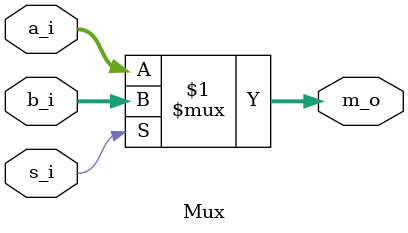
<source format=sv>
module Mux #(
    parameter Width = 16
) (
    input   logic   [Width-1:0] a_i,
    input   logic   [Width-1:0] b_i,
    input   logic               s_i,
    output  logic   [Width-1:0] m_o
);
    assign m_o = s_i ? b_i : a_i;
endmodule
</source>
